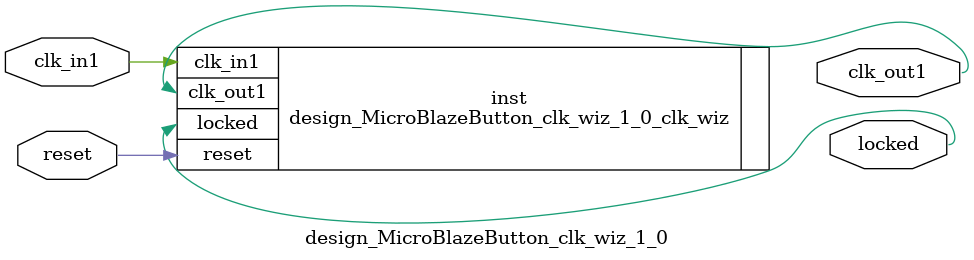
<source format=v>


`timescale 1ps/1ps

(* CORE_GENERATION_INFO = "design_MicroBlazeButton_clk_wiz_1_0,clk_wiz_v6_0_5_0_0,{component_name=design_MicroBlazeButton_clk_wiz_1_0,use_phase_alignment=true,use_min_o_jitter=false,use_max_i_jitter=false,use_dyn_phase_shift=false,use_inclk_switchover=false,use_dyn_reconfig=false,enable_axi=0,feedback_source=FDBK_AUTO,PRIMITIVE=MMCM,num_out_clk=1,clkin1_period=10.000,clkin2_period=10.000,use_power_down=false,use_reset=true,use_locked=true,use_inclk_stopped=false,feedback_type=SINGLE,CLOCK_MGR_TYPE=NA,manual_override=false}" *)

module design_MicroBlazeButton_clk_wiz_1_0 
 (
  // Clock out ports
  output        clk_out1,
  // Status and control signals
  input         reset,
  output        locked,
 // Clock in ports
  input         clk_in1
 );

  design_MicroBlazeButton_clk_wiz_1_0_clk_wiz inst
  (
  // Clock out ports  
  .clk_out1(clk_out1),
  // Status and control signals               
  .reset(reset), 
  .locked(locked),
 // Clock in ports
  .clk_in1(clk_in1)
  );

endmodule

</source>
